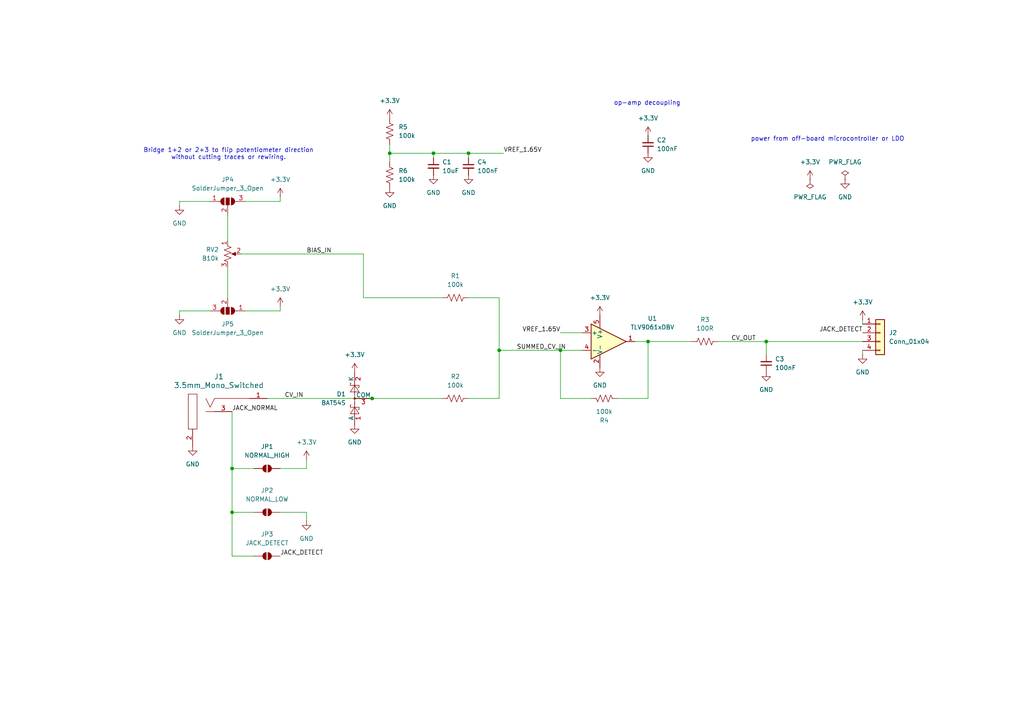
<source format=kicad_sch>
(kicad_sch (version 20250114) (generator "eeschema") (generator_version "9.0")
  (paper "A4")
  (lib_symbols
    (symbol "Amplifier_Operational:TLV9061xDBV" (pin_names (offset 0.127))
      (property "Reference" "U" (at -1.27 6.35 0))
      (property "Value" "TLV9061xDBV" (at -1.27 3.81 0))
      (symbol "TLV9061xDBV_0_1"
        (polyline (pts (xy -5.08 5.08) (xy 5.08 0) (xy -5.08 -5.08) (xy -5.08 5.08)) (stroke (width 0.254)) (fill (type background)))
        (pin power_in line (at -2.54 7.62 270) (length 3.81) (name "V+") (number "5"))
        (pin power_in line (at -2.54 -7.62 90) (length 3.81) (name "V-") (number "2"))
      )
      (symbol "TLV9061xDBV_1_1"
        (pin input line (at -7.62 2.54 0) (length 2.54) (name "+") (number "3"))
        (pin input line (at -7.62 -2.54 0) (length 2.54) (name "-") (number "4"))
        (pin output line (at 7.62 0 180) (length 2.54) (name "~") (number "1"))
      )
    )
    (symbol "Connector_Generic:Conn_01x04" (pin_names (offset 1.016) (hide yes))
      (property "Reference" "J" (at 0 5.08 0))
      (property "Value" "Conn_01x04" (at 0 -7.62 0))
      (symbol "Conn_01x04_1_1"
        (rectangle (start -1.27 3.81) (end 1.27 -6.35) (stroke (width 0.254)) (fill (type background)))
        (rectangle (start -1.27 2.667) (end 0 2.413) (stroke (width 0.1524)))
        (rectangle (start -1.27 0.127) (end 0 -0.127) (stroke (width 0.1524)))
        (rectangle (start -1.27 -2.413) (end 0 -2.667) (stroke (width 0.1524)))
        (rectangle (start -1.27 -4.953) (end 0 -5.207) (stroke (width 0.1524)))
        (pin passive line (at -5.08 2.54 0) (length 3.81) (name "Pin_1") (number "1"))
        (pin passive line (at -5.08 0 0) (length 3.81) (name "Pin_2") (number "2"))
        (pin passive line (at -5.08 -2.54 0) (length 3.81) (name "Pin_3") (number "3"))
        (pin passive line (at -5.08 -5.08 0) (length 3.81) (name "Pin_4") (number "4"))
      )
    )
    (symbol "Device:C_Small" (pin_numbers (hide yes)) (pin_names (offset 0.254) (hide yes))
      (property "Reference" "C" (at 0.254 1.778 0))
      (property "Value" "C_Small" (at 0.254 -2.032 0))
      (symbol "C_Small_0_1"
        (polyline (pts (xy -1.524 0.508) (xy 1.524 0.508)) (stroke (width 0.3048)))
        (polyline (pts (xy -1.524 -0.508) (xy 1.524 -0.508)) (stroke (width 0.3302)))
      )
      (symbol "C_Small_1_1"
        (pin passive line (at 0 2.54 270) (length 2.032) (name "~") (number "1"))
        (pin passive line (at 0 -2.54 90) (length 2.032) (name "~") (number "2"))
      )
    )
    (symbol "Device:R_US" (pin_numbers (hide yes)) (pin_names (offset 0))
      (property "Reference" "R" (at 2.54 0 90))
      (property "Value" "R_US" (at -2.54 0 90))
      (symbol "R_US_0_1"
        (polyline (pts (xy 0 2.286) (xy 0 2.54)))
        (polyline (pts (xy 0 2.286) (xy 1.016 1.905) (xy 0 1.524) (xy -1.016 1.143) (xy 0 0.762)))
        (polyline (pts (xy 0 0.762) (xy 1.016 0.381) (xy 0 0) (xy -1.016 -0.381) (xy 0 -0.762)))
        (polyline (pts (xy 0 -0.762) (xy 1.016 -1.143) (xy 0 -1.524) (xy -1.016 -1.905) (xy 0 -2.286)))
        (polyline (pts (xy 0 -2.286) (xy 0 -2.54)))
      )
      (symbol "R_US_1_1"
        (pin passive line (at 0 3.81 270) (length 1.27) (name "~") (number "1"))
        (pin passive line (at 0 -3.81 90) (length 1.27) (name "~") (number "2"))
      )
    )
    (symbol "Diode:BAT54S" (pin_names (offset 0))
      (property "Reference" "D" (at 2.54 -5.08 0))
      (property "Value" "BAT54S" (at -6.35 3.175 0))
      (symbol "BAT54S_0_1"
        (polyline (pts (xy -4.445 1.27) (xy -4.445 -1.27) (xy -2.54 0) (xy -4.445 1.27)))
        (polyline (pts (xy -3.81 0) (xy -1.27 0)))
        (polyline (pts (xy -3.175 -1.27) (xy -3.175 -1.016)))
        (polyline (pts (xy -2.54 1.27) (xy -1.905 1.27)))
        (polyline (pts (xy -2.54 -1.27) (xy -3.175 -1.27)))
        (polyline (pts (xy -2.54 -1.27) (xy -2.54 1.27)))
        (polyline (pts (xy -1.905 1.27) (xy -1.905 1.016)))
        (polyline (pts (xy -1.905 0) (xy 1.905 0)))
        (circle (center 0 0) (radius 0.254) (fill (type outline)))
        (polyline (pts (xy 1.27 0) (xy 3.81 0)))
        (polyline (pts (xy 1.905 1.27) (xy 1.905 -1.27) (xy 3.81 0) (xy 1.905 1.27)))
        (polyline (pts (xy 3.175 -1.27) (xy 3.175 -1.016)))
        (polyline (pts (xy 3.81 1.27) (xy 4.445 1.27)))
        (polyline (pts (xy 3.81 -1.27) (xy 3.175 -1.27)))
        (polyline (pts (xy 3.81 -1.27) (xy 3.81 1.27)))
        (polyline (pts (xy 4.445 1.27) (xy 4.445 1.016)))
      )
      (symbol "BAT54S_1_1"
        (pin passive line (at -7.62 0 0) (length 3.81) (name "A") (number "1"))
        (pin passive line (at 0 -5.08 90) (length 5.08) (name "COM") (number "3"))
        (pin passive line (at 7.62 0 180) (length 3.81) (name "K") (number "2"))
      )
    )
    (symbol "Jumper:SolderJumper_2_Open" (pin_numbers (hide yes)) (pin_names (offset 0) (hide yes)) (in_bom no)
      (property "Reference" "JP" (at 0 2.032 0))
      (property "Value" "SolderJumper_2_Open" (at 0 -2.54 0))
      (symbol "SolderJumper_2_Open_0_1"
        (polyline (pts (xy -0.254 1.016) (xy -0.254 -1.016)))
        (arc (start -0.254 -1.016) (mid -1.2656 0) (end -0.254 1.016))
        (arc (start -0.254 -1.016) (mid -1.2656 0) (end -0.254 1.016) (fill (type outline)))
        (arc (start 0.254 1.016) (mid 1.2656 0) (end 0.254 -1.016))
        (arc (start 0.254 1.016) (mid 1.2656 0) (end 0.254 -1.016) (fill (type outline)))
        (polyline (pts (xy 0.254 1.016) (xy 0.254 -1.016)))
      )
      (symbol "SolderJumper_2_Open_1_1"
        (pin passive line (at -3.81 0 0) (length 2.54) (name "A") (number "1"))
        (pin passive line (at 3.81 0 180) (length 2.54) (name "B") (number "2"))
      )
    )
    (symbol "Jumper:SolderJumper_3_Open" (pin_names (offset 0) (hide yes)) (in_bom no)
      (property "Reference" "JP" (at -2.54 -2.54 0))
      (property "Value" "SolderJumper_3_Open" (at 0 2.794 0))
      (symbol "SolderJumper_3_Open_0_1"
        (polyline (pts (xy -2.54 0) (xy -2.032 0)))
        (polyline (pts (xy -1.016 1.016) (xy -1.016 -1.016)))
        (arc (start -1.016 -1.016) (mid -2.0276 0) (end -1.016 1.016))
        (arc (start -1.016 -1.016) (mid -2.0276 0) (end -1.016 1.016) (fill (type outline)))
        (rectangle (start -0.508 1.016) (end 0.508 -1.016) (fill (type outline)))
        (polyline (pts (xy 0 -1.27) (xy 0 -1.016)))
        (arc (start 1.016 1.016) (mid 2.0276 0) (end 1.016 -1.016))
        (arc (start 1.016 1.016) (mid 2.0276 0) (end 1.016 -1.016) (fill (type outline)))
        (polyline (pts (xy 1.016 1.016) (xy 1.016 -1.016)))
        (polyline (pts (xy 2.54 0) (xy 2.032 0)))
      )
      (symbol "SolderJumper_3_Open_1_1"
        (pin passive line (at -5.08 0 0) (length 2.54) (name "A") (number "1"))
        (pin passive line (at 0 -3.81 90) (length 2.54) (name "C") (number "2"))
        (pin passive line (at 5.08 0 180) (length 2.54) (name "B") (number "3"))
      )
    )
    (symbol "elemental_jack:3.5mm_Mono_Switched" (pin_names (offset 0) (hide yes))
      (property "Reference" "J" (at -6.35 -7.62 0))
      (property "Value" "3.5mm_Mono_Switched" (at 6.35 6.604 0))
      (symbol "3.5mm_Mono_Switched_0_0"
        (rectangle (start -6.35 5.08) (end -3.81 -5.08))
        (polyline (pts (xy -1.27 3.81) (xy 0 1.27) (xy 1.27 3.81) (xy 11.43 3.81)))
        (polyline (pts (xy -1.27 0) (xy 1.27 0)))
      )
      (symbol "3.5mm_Mono_Switched_1_1"
        (pin passive line (at -5.08 -10.16 90) (length 5.08) (name "SHEILD") (number "2"))
        (pin passive line (at 6.35 0 180) (length 5.08) (name "SW") (number "3"))
        (pin passive line (at 16.51 3.81 180) (length 5.08) (name "SIG") (number "1"))
      )
    )
    (symbol "elemental_potentiometer:RV_9mm_10k_Knurled_NoDet" (pin_names (offset 1.016) (hide yes))
      (property "Reference" "RV" (at -4.445 0 90))
      (property "Value" "RV_9mm_10k_Knurled_NoDet" (at -2.54 0 90))
      (symbol "RV_9mm_10k_Knurled_NoDet_0_1"
        (polyline (pts (xy 0 2.54) (xy 0 2.286)))
        (polyline (pts (xy 0 2.286) (xy 1.016 1.905) (xy 0 1.524) (xy -1.016 1.143) (xy 0 0.762)))
        (polyline (pts (xy 0 0.762) (xy 1.016 0.381) (xy 0 0) (xy -1.016 -0.381) (xy 0 -0.762)))
        (polyline (pts (xy 0 -0.762) (xy 1.016 -1.143) (xy 0 -1.524) (xy -1.016 -1.905) (xy 0 -2.286)))
        (polyline (pts (xy 0 -2.286) (xy 0 -2.54)))
        (polyline (pts (xy 1.143 0) (xy 2.286 0.508) (xy 2.286 -0.508) (xy 1.143 0)) (fill (type outline)))
        (polyline (pts (xy 2.54 0) (xy 1.524 0)))
      )
      (symbol "RV_9mm_10k_Knurled_NoDet_1_1"
        (pin passive line (at 0 3.81 270) (length 1.27) (name "1") (number "1"))
        (pin passive line (at 0 -3.81 90) (length 1.27) (name "3") (number "3"))
        (pin passive line (at 3.81 0 180) (length 1.27) (name "2") (number "2"))
      )
    )
    (symbol "power:+3.3V" (power) (pin_numbers (hide yes)) (pin_names (offset 0) (hide yes))
      (property "Value" "+3.3V" (at 0 3.556 0))
      (symbol "+3.3V_0_1"
        (polyline (pts (xy -0.762 1.27) (xy 0 2.54)))
        (polyline (pts (xy 0 2.54) (xy 0.762 1.27)))
        (polyline (pts (xy 0 0) (xy 0 2.54)))
      )
      (symbol "+3.3V_1_1"
        (pin power_in line (at 0 0 90) (length 0) (name "~") (number "1"))
      )
    )
    (symbol "power:GND" (power) (pin_numbers (hide yes)) (pin_names (offset 0) (hide yes))
      (property "Value" "GND" (at 0 -3.81 0))
      (symbol "GND_0_1"
        (polyline (pts (xy 0 0) (xy 0 -1.27) (xy 1.27 -1.27) (xy 0 -2.54) (xy -1.27 -1.27) (xy 0 -1.27)))
      )
      (symbol "GND_1_1"
        (pin power_in line (at 0 0 270) (length 0) (name "~") (number "1"))
      )
    )
    (symbol "power:PWR_FLAG" (power) (pin_numbers (hide yes)) (pin_names (offset 0) (hide yes))
      (property "Value" "PWR_FLAG" (at 0 3.81 0))
      (symbol "PWR_FLAG_0_0"
        (pin power_out line (at 0 0 90) (length 0) (name "~") (number "1"))
      )
      (symbol "PWR_FLAG_0_1"
        (polyline (pts (xy 0 0) (xy 0 1.27) (xy -1.016 1.905) (xy 0 2.54) (xy 1.016 1.905) (xy 0 1.27)))
      )
    )
  )
  (text "op-amp decoupling" (at 187.706 29.972 0) (effects (font (size 1.27 1.27))))
  (text "power from off-board microcontroller or LDO" (at 240.03 40.386 0) (effects (font (size 1.27 1.27))))
  (text "Bridge 1+2 or 2+3 to flip potentiometer direction\nwithout cutting traces or rewiring." (at 66.294 44.704 0) (effects (font (size 1.27 1.27))))
  (junction (at 113.03 44.45))
  (junction (at 187.96 99.06))
  (junction (at 144.78 101.6))
  (junction (at 67.31 148.59))
  (junction (at 222.25 99.06))
  (junction (at 67.31 135.89))
  (junction (at 135.89 44.45))
  (junction (at 107.95 115.57))
  (junction (at 125.73 44.45))
  (junction (at 162.56 101.6))
  (wire (pts (xy 67.31 161.29) (xy 73.66 161.29)))
  (wire (pts (xy 208.28 99.06) (xy 222.25 99.06)))
  (wire (pts (xy 77.47 115.57) (xy 107.95 115.57)))
  (wire (pts (xy 69.85 73.66) (xy 105.41 73.66)))
  (wire (pts (xy 125.73 44.45) (xy 125.73 45.72)))
  (wire (pts (xy 162.56 96.52) (xy 168.91 96.52)))
  (wire (pts (xy 67.31 135.89) (xy 73.66 135.89)))
  (wire (pts (xy 88.9 135.89) (xy 81.28 135.89)))
  (wire (pts (xy 135.89 115.57) (xy 144.78 115.57)))
  (wire (pts (xy 52.07 58.42) (xy 60.96 58.42)))
  (wire (pts (xy 71.12 90.17) (xy 81.28 90.17)))
  (wire (pts (xy 66.04 77.47) (xy 66.04 86.36)))
  (wire (pts (xy 125.73 44.45) (xy 135.89 44.45)))
  (wire (pts (xy 187.96 99.06) (xy 184.15 99.06)))
  (wire (pts (xy 52.07 58.42) (xy 52.07 59.69)))
  (wire (pts (xy 168.91 101.6) (xy 162.56 101.6)))
  (wire (pts (xy 81.28 58.42) (xy 81.28 57.15)))
  (wire (pts (xy 107.95 115.57) (xy 128.27 115.57)))
  (wire (pts (xy 222.25 102.87) (xy 222.25 99.06)))
  (wire (pts (xy 162.56 115.57) (xy 171.45 115.57)))
  (wire (pts (xy 71.12 58.42) (xy 81.28 58.42)))
  (wire (pts (xy 187.96 115.57) (xy 187.96 99.06)))
  (wire (pts (xy 67.31 148.59) (xy 67.31 161.29)))
  (wire (pts (xy 144.78 86.36) (xy 144.78 101.6)))
  (wire (pts (xy 135.89 44.45) (xy 135.89 45.72)))
  (wire (pts (xy 162.56 101.6) (xy 162.56 115.57)))
  (wire (pts (xy 67.31 148.59) (xy 73.66 148.59)))
  (wire (pts (xy 144.78 101.6) (xy 144.78 115.57)))
  (wire (pts (xy 66.04 62.23) (xy 66.04 69.85)))
  (wire (pts (xy 81.28 90.17) (xy 81.28 88.9)))
  (wire (pts (xy 250.19 92.71) (xy 250.19 93.98)))
  (wire (pts (xy 67.31 135.89) (xy 67.31 148.59)))
  (wire (pts (xy 67.31 119.38) (xy 67.31 135.89)))
  (wire (pts (xy 105.41 86.36) (xy 128.27 86.36)))
  (wire (pts (xy 113.03 41.91) (xy 113.03 44.45)))
  (wire (pts (xy 52.07 90.17) (xy 52.07 91.44)))
  (wire (pts (xy 88.9 133.35) (xy 88.9 135.89)))
  (wire (pts (xy 135.89 44.45) (xy 146.05 44.45)))
  (wire (pts (xy 179.07 115.57) (xy 187.96 115.57)))
  (wire (pts (xy 88.9 148.59) (xy 81.28 148.59)))
  (wire (pts (xy 144.78 86.36) (xy 135.89 86.36)))
  (wire (pts (xy 113.03 44.45) (xy 125.73 44.45)))
  (wire (pts (xy 60.96 90.17) (xy 52.07 90.17)))
  (wire (pts (xy 88.9 151.13) (xy 88.9 148.59)))
  (wire (pts (xy 105.41 73.66) (xy 105.41 86.36)))
  (wire (pts (xy 250.19 101.6) (xy 250.19 102.87)))
  (wire (pts (xy 222.25 99.06) (xy 250.19 99.06)))
  (wire (pts (xy 144.78 101.6) (xy 162.56 101.6)))
  (wire (pts (xy 187.96 99.06) (xy 200.66 99.06)))
  (wire (pts (xy 113.03 44.45) (xy 113.03 46.99)))
  (label "BIAS_IN" (at 88.9 73.66 0))
  (label "JACK_DETECT" (at 250.19 96.52 180))
  (label "VREF_1.65V" (at 146.05 44.45 0))
  (label "JACK_DETECT" (at 81.28 161.29 0))
  (label "CV_OUT" (at 212.09 99.06 0))
  (label "VREF_1.65V" (at 162.56 96.52 180))
  (label "SUMMED_CV_IN" (at 149.86 101.6 0))
  (label "JACK_NORMAL" (at 67.31 119.38 0))
  (label "CV_IN" (at 82.55 115.57 0))
  (symbol (lib_id "Device:C_Small") (at 222.25 105.41 180) (unit 1)
    (property "Reference" "C3" (at 224.79 104.1335 0) (effects (justify right)))
    (property "Value" "100nF" (at 224.79 106.6735 0) (effects (justify right)))
    (property "Footprint" "Capacitor_SMD:C_0805_2012Metric" (effects (hide yes)))
    (property "Description" "Unpolarized capacitor, small symbol" (effects (hide yes)))
  )
  (symbol (lib_id "power:PWR_FLAG") (at 245.11 52.07 0) (unit 1)
    (property "Reference" "#FLG02" (effects (hide yes)))
    (property "Value" "PWR_FLAG" (at 245.11 46.99 0))
    (property "Description" "Special symbol for telling ERC where power comes from" (effects (hide yes)))
  )
  (symbol (lib_id "elemental_potentiometer:RV_9mm_10k_Knurled_NoDet") (at 66.04 73.66 0) (unit 1)
    (property "Reference" "RV2" (at 63.5 72.3899 0) (effects (justify right)))
    (property "Value" "B10k" (at 63.5 74.9299 0) (effects (justify right)))
    (property "Footprint" "elemental_potentiometer:Pot_9mm_Knurl_NoDet" (effects (hide yes)))
    (property "Description" "Potentiometer, US symbol" (effects (hide yes)))
  )
  (symbol (lib_id "power:GND") (at 173.99 106.68 0) (unit 1)
    (property "Reference" "#PWR02" (effects (hide yes)))
    (property "Value" "GND" (at 173.99 111.76 0))
    (property "Description" "Power symbol creates a global label with name \"GND\" , ground" (effects (hide yes)))
  )
  (symbol (lib_id "power:+3.3V") (at 187.96 39.37 0) (unit 1)
    (property "Reference" "#PWR016" (effects (hide yes)))
    (property "Value" "+3.3V" (at 187.96 34.29 0))
    (property "Description" "Power symbol creates a global label with name \"+3.3V\"" (effects (hide yes)))
  )
  (symbol (lib_id "power:GND") (at 88.9 151.13 0) (unit 1)
    (property "Reference" "#PWR06" (effects (hide yes)))
    (property "Value" "GND" (at 88.9 156.21 0))
    (property "Description" "Power symbol creates a global label with name \"GND\" , ground" (effects (hide yes)))
  )
  (symbol (lib_id "power:GND") (at 125.73 50.8 0) (unit 1)
    (property "Reference" "#PWR019" (effects (hide yes)))
    (property "Value" "GND" (at 125.73 55.88 0))
    (property "Description" "Power symbol creates a global label with name \"GND\" , ground" (effects (hide yes)))
  )
  (symbol (lib_id "power:+3.3V") (at 88.9 133.35 0) (unit 1)
    (property "Reference" "#PWR05" (effects (hide yes)))
    (property "Value" "+3.3V" (at 88.9 128.27 0))
    (property "Description" "Power symbol creates a global label with name \"+3.3V\"" (effects (hide yes)))
  )
  (symbol (lib_id "Amplifier_Operational:TLV9061xDBV") (at 176.53 99.06 0) (unit 1)
    (property "Reference" "U1" (at 189.23 92.3663 0))
    (property "Value" "TLV9061xDBV" (at 189.23 94.9063 0))
    (property "Footprint" "Package_TO_SOT_SMD:SOT-23-5" (effects (hide yes)))
    (property "Datasheet" "https://www.ti.com/lit/ds/symlink/tlv9061.pdf" (effects (hide yes)))
    (property "Description" "10-MHz, RRIO, CMOS Operational Amplifiers for Cost-Sensitive Systems, SOT-23-5" (effects (hide yes)))
  )
  (symbol (lib_id "Device:C_Small") (at 125.73 48.26 0) (unit 1)
    (property "Reference" "C1" (at 128.27 46.9962 0) (effects (justify left)))
    (property "Value" "10uF" (at 128.27 49.5362 0) (effects (justify left)))
    (property "Footprint" "Capacitor_SMD:C_0805_2012Metric" (effects (hide yes)))
    (property "Description" "Unpolarized capacitor, small symbol" (effects (hide yes)))
  )
  (symbol (lib_id "Jumper:SolderJumper_2_Open") (at 77.47 135.89 0) (unit 1) (in_bom no)
    (property "Reference" "JP1" (at 77.47 129.54 0))
    (property "Value" "NORMAL_HIGH" (at 77.47 132.08 0))
    (property "Footprint" "Jumper:SolderJumper-2_P1.3mm_Open_RoundedPad1.0x1.5mm" (effects (hide yes)))
    (property "Description" "Solder Jumper, 2-pole, open" (effects (hide yes)))
  )
  (symbol (lib_id "Jumper:SolderJumper_3_Open") (at 66.04 90.17 180) (unit 1) (in_bom no)
    (property "Reference" "JP5" (at 66.04 93.98 0))
    (property "Value" "SolderJumper_3_Open" (at 66.04 96.52 0))
    (property "Footprint" "Jumper:SolderJumper-3_P1.3mm_Open_RoundedPad1.0x1.5mm" (effects (hide yes)))
    (property "Description" "Solder Jumper, 3-pole, open" (effects (hide yes)))
  )
  (symbol (lib_id "power:+3.3V") (at 234.95 52.07 0) (unit 1)
    (property "Reference" "#PWR014" (effects (hide yes)))
    (property "Value" "+3.3V" (at 234.95 46.99 0))
    (property "Description" "Power symbol creates a global label with name \"+3.3V\"" (effects (hide yes)))
  )
  (symbol (lib_id "Jumper:SolderJumper_3_Open") (at 66.04 58.42 0) (unit 1) (in_bom no)
    (property "Reference" "JP4" (at 66.04 52.07 0))
    (property "Value" "SolderJumper_3_Open" (at 66.04 54.61 0))
    (property "Footprint" "Jumper:SolderJumper-3_P1.3mm_Open_RoundedPad1.0x1.5mm" (effects (hide yes)))
    (property "Description" "Solder Jumper, 3-pole, open" (effects (hide yes)))
  )
  (symbol (lib_id "Diode:BAT54S") (at 102.87 115.57 90) (unit 1)
    (property "Reference" "D1" (at 100.33 114.2999 90) (effects (justify left)))
    (property "Value" "BAT54S" (at 100.33 116.8399 90) (effects (justify left)))
    (property "Footprint" "Package_TO_SOT_SMD:SOT-23" (effects (hide yes)))
    (property "Datasheet" "https://www.diodes.com/assets/Datasheets/ds11005.pdf" (effects (hide yes)))
    (property "Description" "Vr 30V, If 200mA, Dual schottky barrier diode, in series, SOT-323" (effects (hide yes)))
  )
  (symbol (lib_id "power:GND") (at 55.88 129.54 0) (unit 1)
    (property "Reference" "#PWR013" (effects (hide yes)))
    (property "Value" "GND" (at 55.88 134.62 0))
    (property "Description" "Power symbol creates a global label with name \"GND\" , ground" (effects (hide yes)))
  )
  (symbol (lib_id "power:PWR_FLAG") (at 234.95 52.07 180) (unit 1)
    (property "Reference" "#FLG01" (effects (hide yes)))
    (property "Value" "PWR_FLAG" (at 234.95 57.15 0))
    (property "Description" "Special symbol for telling ERC where power comes from" (effects (hide yes)))
  )
  (symbol (lib_id "power:GND") (at 102.87 123.19 0) (unit 1)
    (property "Reference" "#PWR08" (effects (hide yes)))
    (property "Value" "GND" (at 102.87 128.27 0))
    (property "Description" "Power symbol creates a global label with name \"GND\" , ground" (effects (hide yes)))
  )
  (symbol (lib_id "power:GND") (at 222.25 107.95 0) (unit 1)
    (property "Reference" "#PWR010" (effects (hide yes)))
    (property "Value" "GND" (at 222.25 113.03 0))
    (property "Description" "Power symbol creates a global label with name \"GND\" , ground" (effects (hide yes)))
  )
  (symbol (lib_id "Device:R_US") (at 132.08 86.36 90) (unit 1)
    (property "Reference" "R1" (at 132.08 80.01 90))
    (property "Value" "100k" (at 132.08 82.55 90))
    (property "Footprint" "Resistor_SMD:R_0805_2012Metric" (effects (hide yes)))
    (property "Description" "Resistor, US symbol" (effects (hide yes)))
  )
  (symbol (lib_id "Device:R_US") (at 113.03 38.1 0) (unit 1)
    (property "Reference" "R5" (at 115.57 36.8299 0) (effects (justify left)))
    (property "Value" "100k" (at 115.57 39.3699 0) (effects (justify left)))
    (property "Footprint" "Resistor_SMD:R_0805_2012Metric" (effects (hide yes)))
    (property "Description" "Resistor, US symbol" (effects (hide yes)))
  )
  (symbol (lib_id "power:+3.3V") (at 113.03 34.29 0) (unit 1)
    (property "Reference" "#PWR017" (effects (hide yes)))
    (property "Value" "+3.3V" (at 113.03 29.21 0))
    (property "Description" "Power symbol creates a global label with name \"+3.3V\"" (effects (hide yes)))
  )
  (symbol (lib_id "Device:R_US") (at 113.03 50.8 0) (unit 1)
    (property "Reference" "R6" (at 115.57 49.5299 0) (effects (justify left)))
    (property "Value" "100k" (at 115.57 52.0699 0) (effects (justify left)))
    (property "Footprint" "Resistor_SMD:R_0805_2012Metric" (effects (hide yes)))
    (property "Description" "Resistor, US symbol" (effects (hide yes)))
  )
  (symbol (lib_id "power:GND") (at 187.96 44.45 0) (unit 1)
    (property "Reference" "#PWR09" (effects (hide yes)))
    (property "Value" "GND" (at 187.96 49.53 0))
    (property "Description" "Power symbol creates a global label with name \"GND\" , ground" (effects (hide yes)))
  )
  (symbol (lib_id "power:+3.3V") (at 173.99 91.44 0) (unit 1)
    (property "Reference" "#PWR01" (effects (hide yes)))
    (property "Value" "+3.3V" (at 173.99 86.36 0))
    (property "Description" "Power symbol creates a global label with name \"+3.3V\"" (effects (hide yes)))
  )
  (symbol (lib_id "power:+3.3V") (at 81.28 88.9 0) (unit 1)
    (property "Reference" "#PWR022" (effects (hide yes)))
    (property "Value" "+3.3V" (at 81.28 83.82 0))
    (property "Description" "Power symbol creates a global label with name \"+3.3V\"" (effects (hide yes)))
  )
  (symbol (lib_id "power:+3.3V") (at 81.28 57.15 0) (unit 1)
    (property "Reference" "#PWR024" (effects (hide yes)))
    (property "Value" "+3.3V" (at 81.28 52.07 0))
    (property "Description" "Power symbol creates a global label with name \"+3.3V\"" (effects (hide yes)))
  )
  (symbol (lib_id "power:+3.3V") (at 250.19 92.71 0) (unit 1)
    (property "Reference" "#PWR011" (effects (hide yes)))
    (property "Value" "+3.3V" (at 250.19 87.63 0))
    (property "Description" "Power symbol creates a global label with name \"+3.3V\"" (effects (hide yes)))
  )
  (symbol (lib_id "power:GND") (at 135.89 50.8 0) (unit 1)
    (property "Reference" "#PWR020" (effects (hide yes)))
    (property "Value" "GND" (at 135.89 55.88 0))
    (property "Description" "Power symbol creates a global label with name \"GND\" , ground" (effects (hide yes)))
  )
  (symbol (lib_id "power:GND") (at 250.19 102.87 0) (unit 1)
    (property "Reference" "#PWR012" (effects (hide yes)))
    (property "Value" "GND" (at 250.19 107.95 0))
    (property "Description" "Power symbol creates a global label with name \"GND\" , ground" (effects (hide yes)))
  )
  (symbol (lib_id "power:GND") (at 245.11 52.07 0) (unit 1)
    (property "Reference" "#PWR015" (effects (hide yes)))
    (property "Value" "GND" (at 245.11 57.15 0))
    (property "Description" "Power symbol creates a global label with name \"GND\" , ground" (effects (hide yes)))
  )
  (symbol (lib_id "power:GND") (at 52.07 91.44 0) (unit 1)
    (property "Reference" "#PWR021" (effects (hide yes)))
    (property "Value" "GND" (at 52.07 96.52 0))
    (property "Description" "Power symbol creates a global label with name \"GND\" , ground" (effects (hide yes)))
  )
  (symbol (lib_id "Jumper:SolderJumper_2_Open") (at 77.47 161.29 0) (unit 1) (in_bom no)
    (property "Reference" "JP3" (at 77.47 154.94 0))
    (property "Value" "JACK_DETECT" (at 77.47 157.48 0))
    (property "Footprint" "Jumper:SolderJumper-2_P1.3mm_Open_RoundedPad1.0x1.5mm" (effects (hide yes)))
    (property "Description" "Solder Jumper, 2-pole, open" (effects (hide yes)))
  )
  (symbol (lib_id "Jumper:SolderJumper_2_Open") (at 77.47 148.59 0) (unit 1) (in_bom no)
    (property "Reference" "JP2" (at 77.47 142.24 0))
    (property "Value" "NORMAL_LOW" (at 77.47 144.78 0))
    (property "Footprint" "Jumper:SolderJumper-2_P1.3mm_Open_RoundedPad1.0x1.5mm" (effects (hide yes)))
    (property "Description" "Solder Jumper, 2-pole, open" (effects (hide yes)))
  )
  (symbol (lib_id "Connector_Generic:Conn_01x04") (at 255.27 96.52 0) (unit 1)
    (property "Reference" "J2" (at 257.81 96.5199 0) (effects (justify left)))
    (property "Value" "Conn_01x04" (at 257.81 99.0599 0) (effects (justify left)))
    (property "Footprint" "Connector_PinHeader_2.54mm:PinHeader_1x04_P2.54mm_Vertical" (effects (hide yes)))
    (property "Description" "Generic connector, single row, 01x04, script generated (kicad-library-utils/schlib/autogen/connector/)" (effects (hide yes)))
  )
  (symbol (lib_id "power:+3.3V") (at 102.87 107.95 0) (unit 1)
    (property "Reference" "#PWR07" (effects (hide yes)))
    (property "Value" "+3.3V" (at 102.87 102.87 0))
    (property "Description" "Power symbol creates a global label with name \"+3.3V\"" (effects (hide yes)))
  )
  (symbol (lib_id "elemental_jack:3.5mm_Mono_Switched") (at 60.96 119.38 0) (unit 1)
    (property "Reference" "J1" (at 63.5 109.22 0) (effects (font (size 1.524 1.524))))
    (property "Value" "3.5mm_Mono_Switched" (at 63.5 111.76 0) (effects (font (size 1.524 1.524))))
    (property "Footprint" "elemental_jack:EighthInch_PJ398SM" (effects (hide yes)))
    (property "Description" "Audio 3.5mm Jack, mono, switched, PC-pin Vertical" (effects (hide yes)))
    (property "Specifications" "Audio 3.5mm Jack, mono, switched, PC-pin Vertical" (effects (hide yes)))
    (property "Manufacturer" "Wenzhou QingPu Electronics Co" (effects (hide yes)))
    (property "Part Number" "WQP-WQP518MA" (effects (hide yes)))
  )
  (symbol (lib_id "Device:C_Small") (at 187.96 41.91 180) (unit 1)
    (property "Reference" "C2" (at 190.5 40.6335 0) (effects (justify right)))
    (property "Value" "100nF" (at 190.5 43.1735 0) (effects (justify right)))
    (property "Footprint" "Capacitor_SMD:C_0805_2012Metric" (effects (hide yes)))
    (property "Description" "Unpolarized capacitor, small symbol" (effects (hide yes)))
  )
  (symbol (lib_id "power:GND") (at 52.07 59.69 0) (unit 1)
    (property "Reference" "#PWR023" (effects (hide yes)))
    (property "Value" "GND" (at 52.07 64.77 0))
    (property "Description" "Power symbol creates a global label with name \"GND\" , ground" (effects (hide yes)))
  )
  (symbol (lib_id "power:GND") (at 113.03 54.61 0) (unit 1)
    (property "Reference" "#PWR018" (effects (hide yes)))
    (property "Value" "GND" (at 113.03 59.69 0))
    (property "Description" "Power symbol creates a global label with name \"GND\" , ground" (effects (hide yes)))
  )
  (symbol (lib_id "Device:C_Small") (at 135.89 48.26 0) (unit 1)
    (property "Reference" "C4" (at 138.43 46.9962 0) (effects (justify left)))
    (property "Value" "100nF" (at 138.43 49.5362 0) (effects (justify left)))
    (property "Footprint" "Capacitor_SMD:C_0805_2012Metric" (effects (hide yes)))
    (property "Description" "Unpolarized capacitor, small symbol" (effects (hide yes)))
  )
  (symbol (lib_id "Device:R_US") (at 132.08 115.57 90) (unit 1)
    (property "Reference" "R2" (at 132.08 109.22 90))
    (property "Value" "100k" (at 132.08 111.76 90))
    (property "Footprint" "Resistor_SMD:R_0805_2012Metric" (effects (hide yes)))
    (property "Description" "Resistor, US symbol" (effects (hide yes)))
  )
  (symbol (lib_id "Device:R_US") (at 175.26 115.57 90) (mirror x) (unit 1)
    (property "Reference" "R4" (at 175.26 121.92 90))
    (property "Value" "100k" (at 175.26 119.38 90))
    (property "Footprint" "Resistor_SMD:R_0805_2012Metric" (effects (hide yes)))
    (property "Description" "Resistor, US symbol" (effects (hide yes)))
  )
  (symbol (lib_id "Device:R_US") (at 204.47 99.06 90) (unit 1)
    (property "Reference" "R3" (at 204.47 92.71 90))
    (property "Value" "100R" (at 204.47 95.25 90))
    (property "Footprint" "Resistor_SMD:R_0805_2012Metric" (effects (hide yes)))
    (property "Description" "Resistor, US symbol" (effects (hide yes)))
  )
)
</source>
